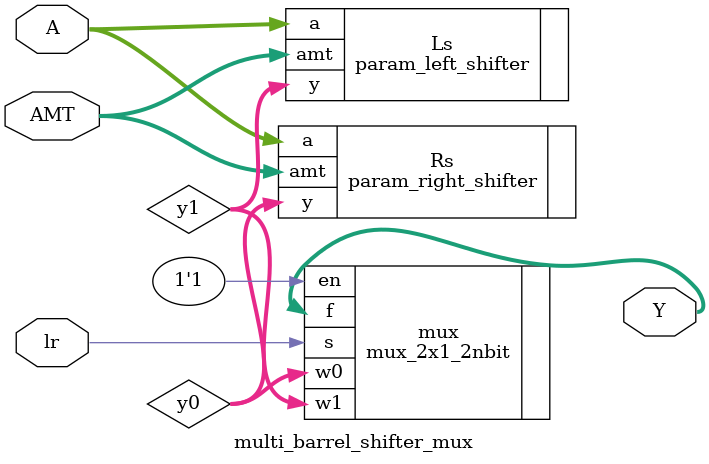
<source format=sv>
`timescale 1ns / 1ps


module multi_barrel_shifter_mux
    #(parameter N = 3)
    (
    input logic [2**N - 1:0] A,
    input logic [N - 1:0] AMT,
    input logic lr,
    output logic [2**N - 1:0] Y
    );
    
    //ouputs for right and left shifter to mux
    logic [2**N - 1:0] y0, y1;
    
    //instances of left and right shifter as well as mux
    param_right_shifter #(.N(N)) Rs (
        .a(A),
        .amt(AMT),
        .y(y0)
    );
        
     param_left_shifter #(.N(N)) Ls (
        .a(A),
        .amt(AMT),
        .y(y1)
    );   
        
     mux_2x1_2nbit #(.N(N)) mux (
        .w0(y0),
        .w1(y1),
        .s(lr),
        .en(1'b1),
        .f(Y)
    );       
endmodule

</source>
